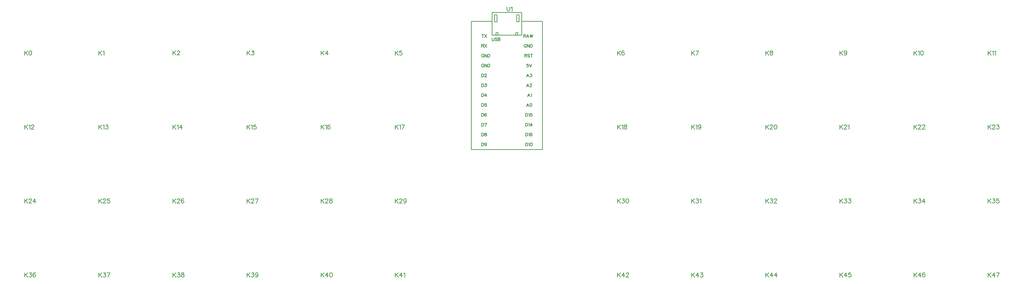
<source format=gto>
G04 Layer: TopSilkscreenLayer*
G04 EasyEDA v6.5.22, 2022-11-03 13:25:14*
G04 daeccbeab38c4538aae3d189e396c967,14fd66e66b1542709ab820776f733a5e,10*
G04 Gerber Generator version 0.2*
G04 Scale: 100 percent, Rotated: No, Reflected: No *
G04 Dimensions in millimeters *
G04 leading zeros omitted , absolute positions ,4 integer and 5 decimal *
%FSLAX45Y45*%
%MOMM*%

%ADD10C,0.1524*%
%ADD11C,0.2032*%

%LPD*%
D10*
X1905000Y6058915D02*
G01*
X1905000Y5949950D01*
X1977643Y6058915D02*
G01*
X1905000Y5986271D01*
X1930908Y6012179D02*
G01*
X1977643Y5949950D01*
X2017268Y6033007D02*
G01*
X2017268Y6038087D01*
X2022347Y6048502D01*
X2027681Y6053836D01*
X2038095Y6058915D01*
X2058670Y6058915D01*
X2069084Y6053836D01*
X2074418Y6048502D01*
X2079497Y6038087D01*
X2079497Y6027673D01*
X2074418Y6017260D01*
X2064004Y6001765D01*
X2011934Y5949950D01*
X2084831Y5949950D01*
X2170938Y6058915D02*
G01*
X2119122Y5986271D01*
X2197100Y5986271D01*
X2170938Y6058915D02*
G01*
X2170938Y5949950D01*
X3810000Y6058915D02*
G01*
X3810000Y5949950D01*
X3882643Y6058915D02*
G01*
X3810000Y5986271D01*
X3835908Y6012179D02*
G01*
X3882643Y5949950D01*
X3922268Y6033007D02*
G01*
X3922268Y6038087D01*
X3927347Y6048502D01*
X3932681Y6053836D01*
X3943095Y6058915D01*
X3963670Y6058915D01*
X3974084Y6053836D01*
X3979418Y6048502D01*
X3984497Y6038087D01*
X3984497Y6027673D01*
X3979418Y6017260D01*
X3969004Y6001765D01*
X3916934Y5949950D01*
X3989831Y5949950D01*
X4086352Y6058915D02*
G01*
X4034536Y6058915D01*
X4029202Y6012179D01*
X4034536Y6017260D01*
X4050029Y6022594D01*
X4065524Y6022594D01*
X4081272Y6017260D01*
X4091686Y6007100D01*
X4096765Y5991352D01*
X4096765Y5980937D01*
X4091686Y5965444D01*
X4081272Y5955029D01*
X4065524Y5949950D01*
X4050029Y5949950D01*
X4034536Y5955029D01*
X4029202Y5960110D01*
X4024122Y5970523D01*
X5715000Y6058915D02*
G01*
X5715000Y5949950D01*
X5787643Y6058915D02*
G01*
X5715000Y5986271D01*
X5740908Y6012179D02*
G01*
X5787643Y5949950D01*
X5827268Y6033007D02*
G01*
X5827268Y6038087D01*
X5832347Y6048502D01*
X5837681Y6053836D01*
X5848095Y6058915D01*
X5868670Y6058915D01*
X5879084Y6053836D01*
X5884418Y6048502D01*
X5889497Y6038087D01*
X5889497Y6027673D01*
X5884418Y6017260D01*
X5874004Y6001765D01*
X5821934Y5949950D01*
X5894831Y5949950D01*
X5991352Y6043421D02*
G01*
X5986272Y6053836D01*
X5970524Y6058915D01*
X5960109Y6058915D01*
X5944615Y6053836D01*
X5934202Y6038087D01*
X5929122Y6012179D01*
X5929122Y5986271D01*
X5934202Y5965444D01*
X5944615Y5955029D01*
X5960109Y5949950D01*
X5965443Y5949950D01*
X5980938Y5955029D01*
X5991352Y5965444D01*
X5996686Y5980937D01*
X5996686Y5986271D01*
X5991352Y6001765D01*
X5980938Y6012179D01*
X5965443Y6017260D01*
X5960109Y6017260D01*
X5944615Y6012179D01*
X5934202Y6001765D01*
X5929122Y5986271D01*
X7620000Y6058915D02*
G01*
X7620000Y5949950D01*
X7692643Y6058915D02*
G01*
X7620000Y5986271D01*
X7645908Y6012179D02*
G01*
X7692643Y5949950D01*
X7732268Y6033007D02*
G01*
X7732268Y6038087D01*
X7737347Y6048502D01*
X7742681Y6053836D01*
X7753095Y6058915D01*
X7773670Y6058915D01*
X7784084Y6053836D01*
X7789418Y6048502D01*
X7794497Y6038087D01*
X7794497Y6027673D01*
X7789418Y6017260D01*
X7779004Y6001765D01*
X7726934Y5949950D01*
X7799831Y5949950D01*
X7906765Y6058915D02*
G01*
X7854950Y5949950D01*
X7834122Y6058915D02*
G01*
X7906765Y6058915D01*
X9525000Y6058915D02*
G01*
X9525000Y5949950D01*
X9597643Y6058915D02*
G01*
X9525000Y5986271D01*
X9550908Y6012179D02*
G01*
X9597643Y5949950D01*
X9637268Y6033007D02*
G01*
X9637268Y6038087D01*
X9642347Y6048502D01*
X9647681Y6053836D01*
X9658095Y6058915D01*
X9678670Y6058915D01*
X9689084Y6053836D01*
X9694418Y6048502D01*
X9699497Y6038087D01*
X9699497Y6027673D01*
X9694418Y6017260D01*
X9684004Y6001765D01*
X9631934Y5949950D01*
X9704831Y5949950D01*
X9765029Y6058915D02*
G01*
X9749536Y6053836D01*
X9744202Y6043421D01*
X9744202Y6033007D01*
X9749536Y6022594D01*
X9759950Y6017260D01*
X9780524Y6012179D01*
X9796272Y6007100D01*
X9806686Y5996686D01*
X9811765Y5986271D01*
X9811765Y5970523D01*
X9806686Y5960110D01*
X9801352Y5955029D01*
X9785858Y5949950D01*
X9765029Y5949950D01*
X9749536Y5955029D01*
X9744202Y5960110D01*
X9739122Y5970523D01*
X9739122Y5986271D01*
X9744202Y5996686D01*
X9754615Y6007100D01*
X9770109Y6012179D01*
X9790938Y6017260D01*
X9801352Y6022594D01*
X9806686Y6033007D01*
X9806686Y6043421D01*
X9801352Y6053836D01*
X9785858Y6058915D01*
X9765029Y6058915D01*
X11430000Y6058915D02*
G01*
X11430000Y5949950D01*
X11502643Y6058915D02*
G01*
X11430000Y5986271D01*
X11455908Y6012179D02*
G01*
X11502643Y5949950D01*
X11542268Y6033007D02*
G01*
X11542268Y6038087D01*
X11547347Y6048502D01*
X11552681Y6053836D01*
X11563095Y6058915D01*
X11583670Y6058915D01*
X11594084Y6053836D01*
X11599418Y6048502D01*
X11604497Y6038087D01*
X11604497Y6027673D01*
X11599418Y6017260D01*
X11589004Y6001765D01*
X11536934Y5949950D01*
X11609831Y5949950D01*
X11711686Y6022594D02*
G01*
X11706352Y6007100D01*
X11695938Y5996686D01*
X11680443Y5991352D01*
X11675109Y5991352D01*
X11659615Y5996686D01*
X11649202Y6007100D01*
X11644122Y6022594D01*
X11644122Y6027673D01*
X11649202Y6043421D01*
X11659615Y6053836D01*
X11675109Y6058915D01*
X11680443Y6058915D01*
X11695938Y6053836D01*
X11706352Y6043421D01*
X11711686Y6022594D01*
X11711686Y5996686D01*
X11706352Y5970523D01*
X11695938Y5955029D01*
X11680443Y5949950D01*
X11670029Y5949950D01*
X11654536Y5955029D01*
X11649202Y5965444D01*
X17145000Y6058915D02*
G01*
X17145000Y5949950D01*
X17217643Y6058915D02*
G01*
X17145000Y5986271D01*
X17170908Y6012179D02*
G01*
X17217643Y5949950D01*
X17262348Y6058915D02*
G01*
X17319498Y6058915D01*
X17288509Y6017260D01*
X17304004Y6017260D01*
X17314418Y6012179D01*
X17319498Y6007100D01*
X17324831Y5991352D01*
X17324831Y5980937D01*
X17319498Y5965444D01*
X17309084Y5955029D01*
X17293590Y5949950D01*
X17278095Y5949950D01*
X17262348Y5955029D01*
X17257268Y5960110D01*
X17251934Y5970523D01*
X17390109Y6058915D02*
G01*
X17374616Y6053836D01*
X17364202Y6038087D01*
X17359122Y6012179D01*
X17359122Y5996686D01*
X17364202Y5970523D01*
X17374616Y5955029D01*
X17390109Y5949950D01*
X17400524Y5949950D01*
X17416272Y5955029D01*
X17426686Y5970523D01*
X17431766Y5996686D01*
X17431766Y6012179D01*
X17426686Y6038087D01*
X17416272Y6053836D01*
X17400524Y6058915D01*
X17390109Y6058915D01*
X19050000Y6058915D02*
G01*
X19050000Y5949950D01*
X19122643Y6058915D02*
G01*
X19050000Y5986271D01*
X19075908Y6012179D02*
G01*
X19122643Y5949950D01*
X19167348Y6058915D02*
G01*
X19224498Y6058915D01*
X19193509Y6017260D01*
X19209004Y6017260D01*
X19219418Y6012179D01*
X19224498Y6007100D01*
X19229831Y5991352D01*
X19229831Y5980937D01*
X19224498Y5965444D01*
X19214084Y5955029D01*
X19198590Y5949950D01*
X19183095Y5949950D01*
X19167348Y5955029D01*
X19162268Y5960110D01*
X19156934Y5970523D01*
X19264122Y6038087D02*
G01*
X19274536Y6043421D01*
X19290029Y6058915D01*
X19290029Y5949950D01*
X20955000Y6058915D02*
G01*
X20955000Y5949950D01*
X21027643Y6058915D02*
G01*
X20955000Y5986271D01*
X20980908Y6012179D02*
G01*
X21027643Y5949950D01*
X21072348Y6058915D02*
G01*
X21129498Y6058915D01*
X21098509Y6017260D01*
X21114004Y6017260D01*
X21124418Y6012179D01*
X21129498Y6007100D01*
X21134831Y5991352D01*
X21134831Y5980937D01*
X21129498Y5965444D01*
X21119084Y5955029D01*
X21103590Y5949950D01*
X21088095Y5949950D01*
X21072348Y5955029D01*
X21067268Y5960110D01*
X21061934Y5970523D01*
X21174202Y6033007D02*
G01*
X21174202Y6038087D01*
X21179536Y6048502D01*
X21184616Y6053836D01*
X21195029Y6058915D01*
X21215858Y6058915D01*
X21226272Y6053836D01*
X21231352Y6048502D01*
X21236686Y6038087D01*
X21236686Y6027673D01*
X21231352Y6017260D01*
X21220938Y6001765D01*
X21169122Y5949950D01*
X21241766Y5949950D01*
X22860000Y6058915D02*
G01*
X22860000Y5949950D01*
X22932643Y6058915D02*
G01*
X22860000Y5986271D01*
X22885908Y6012179D02*
G01*
X22932643Y5949950D01*
X22977348Y6058915D02*
G01*
X23034498Y6058915D01*
X23003509Y6017260D01*
X23019004Y6017260D01*
X23029418Y6012179D01*
X23034498Y6007100D01*
X23039831Y5991352D01*
X23039831Y5980937D01*
X23034498Y5965444D01*
X23024084Y5955029D01*
X23008590Y5949950D01*
X22993095Y5949950D01*
X22977348Y5955029D01*
X22972268Y5960110D01*
X22966934Y5970523D01*
X23084536Y6058915D02*
G01*
X23141686Y6058915D01*
X23110443Y6017260D01*
X23125938Y6017260D01*
X23136352Y6012179D01*
X23141686Y6007100D01*
X23146766Y5991352D01*
X23146766Y5980937D01*
X23141686Y5965444D01*
X23131272Y5955029D01*
X23115524Y5949950D01*
X23100029Y5949950D01*
X23084536Y5955029D01*
X23079202Y5960110D01*
X23074122Y5970523D01*
X24765000Y6058915D02*
G01*
X24765000Y5949950D01*
X24837643Y6058915D02*
G01*
X24765000Y5986271D01*
X24790908Y6012179D02*
G01*
X24837643Y5949950D01*
X24882348Y6058915D02*
G01*
X24939498Y6058915D01*
X24908509Y6017260D01*
X24924004Y6017260D01*
X24934418Y6012179D01*
X24939498Y6007100D01*
X24944831Y5991352D01*
X24944831Y5980937D01*
X24939498Y5965444D01*
X24929084Y5955029D01*
X24913590Y5949950D01*
X24898095Y5949950D01*
X24882348Y5955029D01*
X24877268Y5960110D01*
X24871934Y5970523D01*
X25030938Y6058915D02*
G01*
X24979122Y5986271D01*
X25057100Y5986271D01*
X25030938Y6058915D02*
G01*
X25030938Y5949950D01*
X26670000Y6058915D02*
G01*
X26670000Y5949950D01*
X26742643Y6058915D02*
G01*
X26670000Y5986271D01*
X26695908Y6012179D02*
G01*
X26742643Y5949950D01*
X26787348Y6058915D02*
G01*
X26844498Y6058915D01*
X26813509Y6017260D01*
X26829004Y6017260D01*
X26839418Y6012179D01*
X26844498Y6007100D01*
X26849832Y5991352D01*
X26849832Y5980937D01*
X26844498Y5965444D01*
X26834084Y5955029D01*
X26818590Y5949950D01*
X26803095Y5949950D01*
X26787348Y5955029D01*
X26782268Y5960110D01*
X26776934Y5970523D01*
X26946352Y6058915D02*
G01*
X26894536Y6058915D01*
X26889202Y6012179D01*
X26894536Y6017260D01*
X26910029Y6022594D01*
X26925524Y6022594D01*
X26941272Y6017260D01*
X26951686Y6007100D01*
X26956765Y5991352D01*
X26956765Y5980937D01*
X26951686Y5965444D01*
X26941272Y5955029D01*
X26925524Y5949950D01*
X26910029Y5949950D01*
X26894536Y5955029D01*
X26889202Y5960110D01*
X26884122Y5970523D01*
X1905000Y9868915D02*
G01*
X1905000Y9759950D01*
X1977643Y9868915D02*
G01*
X1905000Y9796271D01*
X1930908Y9822179D02*
G01*
X1977643Y9759950D01*
X2043175Y9868915D02*
G01*
X2027681Y9863836D01*
X2017268Y9848087D01*
X2011934Y9822179D01*
X2011934Y9806686D01*
X2017268Y9780524D01*
X2027681Y9765029D01*
X2043175Y9759950D01*
X2053590Y9759950D01*
X2069084Y9765029D01*
X2079497Y9780524D01*
X2084831Y9806686D01*
X2084831Y9822179D01*
X2079497Y9848087D01*
X2069084Y9863836D01*
X2053590Y9868915D01*
X2043175Y9868915D01*
X3810000Y9868915D02*
G01*
X3810000Y9759950D01*
X3882643Y9868915D02*
G01*
X3810000Y9796271D01*
X3835908Y9822179D02*
G01*
X3882643Y9759950D01*
X3916934Y9848087D02*
G01*
X3927347Y9853421D01*
X3943095Y9868915D01*
X3943095Y9759950D01*
X5716798Y9871915D02*
G01*
X5716798Y9762949D01*
X5789442Y9871915D02*
G01*
X5716798Y9799271D01*
X5742706Y9825179D02*
G01*
X5789442Y9762949D01*
X5829066Y9846007D02*
G01*
X5829066Y9851087D01*
X5834146Y9861501D01*
X5839480Y9866835D01*
X5849894Y9871915D01*
X5870468Y9871915D01*
X5880882Y9866835D01*
X5886216Y9861501D01*
X5891296Y9851087D01*
X5891296Y9840673D01*
X5886216Y9830259D01*
X5875802Y9814765D01*
X5823732Y9762949D01*
X5896630Y9762949D01*
X7620800Y9869916D02*
G01*
X7620800Y9760950D01*
X7693444Y9869916D02*
G01*
X7620800Y9797272D01*
X7646708Y9823180D02*
G01*
X7693444Y9760950D01*
X7738148Y9869916D02*
G01*
X7795298Y9869916D01*
X7764310Y9828260D01*
X7779804Y9828260D01*
X7790218Y9823180D01*
X7795298Y9818100D01*
X7800632Y9802352D01*
X7800632Y9791938D01*
X7795298Y9776444D01*
X7784884Y9766030D01*
X7769390Y9760950D01*
X7753896Y9760950D01*
X7738148Y9766030D01*
X7733068Y9771110D01*
X7727734Y9781524D01*
X9526000Y9869916D02*
G01*
X9526000Y9760950D01*
X9598644Y9869916D02*
G01*
X9526000Y9797272D01*
X9551908Y9823180D02*
G01*
X9598644Y9760950D01*
X9685004Y9869916D02*
G01*
X9632934Y9797272D01*
X9710912Y9797272D01*
X9685004Y9869916D02*
G01*
X9685004Y9760950D01*
X11430000Y9868915D02*
G01*
X11430000Y9759950D01*
X11502643Y9868915D02*
G01*
X11430000Y9796271D01*
X11455908Y9822179D02*
G01*
X11502643Y9759950D01*
X11599418Y9868915D02*
G01*
X11547347Y9868915D01*
X11542268Y9822179D01*
X11547347Y9827260D01*
X11563095Y9832594D01*
X11578590Y9832594D01*
X11594084Y9827260D01*
X11604497Y9817100D01*
X11609831Y9801352D01*
X11609831Y9790937D01*
X11604497Y9775444D01*
X11594084Y9765029D01*
X11578590Y9759950D01*
X11563095Y9759950D01*
X11547347Y9765029D01*
X11542268Y9770110D01*
X11536934Y9780524D01*
X17145000Y9868915D02*
G01*
X17145000Y9759950D01*
X17217643Y9868915D02*
G01*
X17145000Y9796271D01*
X17170908Y9822179D02*
G01*
X17217643Y9759950D01*
X17314418Y9853421D02*
G01*
X17309084Y9863836D01*
X17293590Y9868915D01*
X17283175Y9868915D01*
X17267681Y9863836D01*
X17257268Y9848087D01*
X17251934Y9822179D01*
X17251934Y9796271D01*
X17257268Y9775444D01*
X17267681Y9765029D01*
X17283175Y9759950D01*
X17288509Y9759950D01*
X17304004Y9765029D01*
X17314418Y9775444D01*
X17319498Y9790937D01*
X17319498Y9796271D01*
X17314418Y9811765D01*
X17304004Y9822179D01*
X17288509Y9827260D01*
X17283175Y9827260D01*
X17267681Y9822179D01*
X17257268Y9811765D01*
X17251934Y9796271D01*
X19050000Y9868915D02*
G01*
X19050000Y9759950D01*
X19122643Y9868915D02*
G01*
X19050000Y9796271D01*
X19075908Y9822179D02*
G01*
X19122643Y9759950D01*
X19229831Y9868915D02*
G01*
X19177761Y9759950D01*
X19156934Y9868915D02*
G01*
X19229831Y9868915D01*
X20955000Y9868915D02*
G01*
X20955000Y9759950D01*
X21027643Y9868915D02*
G01*
X20955000Y9796271D01*
X20980908Y9822179D02*
G01*
X21027643Y9759950D01*
X21088095Y9868915D02*
G01*
X21072348Y9863836D01*
X21067268Y9853421D01*
X21067268Y9843008D01*
X21072348Y9832594D01*
X21082761Y9827260D01*
X21103590Y9822179D01*
X21119084Y9817100D01*
X21129498Y9806686D01*
X21134831Y9796271D01*
X21134831Y9780524D01*
X21129498Y9770110D01*
X21124418Y9765029D01*
X21108670Y9759950D01*
X21088095Y9759950D01*
X21072348Y9765029D01*
X21067268Y9770110D01*
X21061934Y9780524D01*
X21061934Y9796271D01*
X21067268Y9806686D01*
X21077681Y9817100D01*
X21093175Y9822179D01*
X21114004Y9827260D01*
X21124418Y9832594D01*
X21129498Y9843008D01*
X21129498Y9853421D01*
X21124418Y9863836D01*
X21108670Y9868915D01*
X21088095Y9868915D01*
X22860000Y9868915D02*
G01*
X22860000Y9759950D01*
X22932643Y9868915D02*
G01*
X22860000Y9796271D01*
X22885908Y9822179D02*
G01*
X22932643Y9759950D01*
X23034498Y9832594D02*
G01*
X23029418Y9817100D01*
X23019004Y9806686D01*
X23003509Y9801352D01*
X22998175Y9801352D01*
X22982681Y9806686D01*
X22972268Y9817100D01*
X22966934Y9832594D01*
X22966934Y9837674D01*
X22972268Y9853421D01*
X22982681Y9863836D01*
X22998175Y9868915D01*
X23003509Y9868915D01*
X23019004Y9863836D01*
X23029418Y9853421D01*
X23034498Y9832594D01*
X23034498Y9806686D01*
X23029418Y9780524D01*
X23019004Y9765029D01*
X23003509Y9759950D01*
X22993095Y9759950D01*
X22977348Y9765029D01*
X22972268Y9775444D01*
X24765000Y9868915D02*
G01*
X24765000Y9759950D01*
X24837643Y9868915D02*
G01*
X24765000Y9796271D01*
X24790908Y9822179D02*
G01*
X24837643Y9759950D01*
X24871934Y9848087D02*
G01*
X24882348Y9853421D01*
X24898095Y9868915D01*
X24898095Y9759950D01*
X24963374Y9868915D02*
G01*
X24947879Y9863836D01*
X24937466Y9848087D01*
X24932386Y9822179D01*
X24932386Y9806686D01*
X24937466Y9780524D01*
X24947879Y9765029D01*
X24963374Y9759950D01*
X24973788Y9759950D01*
X24989536Y9765029D01*
X24999950Y9780524D01*
X25005029Y9806686D01*
X25005029Y9822179D01*
X24999950Y9848087D01*
X24989536Y9863836D01*
X24973788Y9868915D01*
X24963374Y9868915D01*
X26670000Y9868915D02*
G01*
X26670000Y9759950D01*
X26742643Y9868915D02*
G01*
X26670000Y9796271D01*
X26695908Y9822179D02*
G01*
X26742643Y9759950D01*
X26776934Y9848087D02*
G01*
X26787348Y9853421D01*
X26803095Y9868915D01*
X26803095Y9759950D01*
X26837386Y9848087D02*
G01*
X26847800Y9853421D01*
X26863293Y9868915D01*
X26863293Y9759950D01*
X1905000Y7963915D02*
G01*
X1905000Y7854950D01*
X1977643Y7963915D02*
G01*
X1905000Y7891271D01*
X1930908Y7917179D02*
G01*
X1977643Y7854950D01*
X2011934Y7943087D02*
G01*
X2022347Y7948421D01*
X2038095Y7963915D01*
X2038095Y7854950D01*
X2077465Y7938008D02*
G01*
X2077465Y7943087D01*
X2082800Y7953502D01*
X2087879Y7958836D01*
X2098293Y7963915D01*
X2119122Y7963915D01*
X2129536Y7958836D01*
X2134615Y7953502D01*
X2139950Y7943087D01*
X2139950Y7932673D01*
X2134615Y7922260D01*
X2124202Y7906765D01*
X2072386Y7854950D01*
X2145029Y7854950D01*
X3810000Y7963915D02*
G01*
X3810000Y7854950D01*
X3882643Y7963915D02*
G01*
X3810000Y7891271D01*
X3835908Y7917179D02*
G01*
X3882643Y7854950D01*
X3916934Y7943087D02*
G01*
X3927347Y7948421D01*
X3943095Y7963915D01*
X3943095Y7854950D01*
X3987800Y7963915D02*
G01*
X4044950Y7963915D01*
X4013708Y7922260D01*
X4029202Y7922260D01*
X4039615Y7917179D01*
X4044950Y7912100D01*
X4050029Y7896352D01*
X4050029Y7885937D01*
X4044950Y7870444D01*
X4034536Y7860029D01*
X4018788Y7854950D01*
X4003293Y7854950D01*
X3987800Y7860029D01*
X3982465Y7865110D01*
X3977386Y7875523D01*
X5715000Y7963915D02*
G01*
X5715000Y7854950D01*
X5787643Y7963915D02*
G01*
X5715000Y7891271D01*
X5740908Y7917179D02*
G01*
X5787643Y7854950D01*
X5821934Y7943087D02*
G01*
X5832347Y7948421D01*
X5848095Y7963915D01*
X5848095Y7854950D01*
X5934202Y7963915D02*
G01*
X5882386Y7891271D01*
X5960109Y7891271D01*
X5934202Y7963915D02*
G01*
X5934202Y7854950D01*
X7620000Y7963915D02*
G01*
X7620000Y7854950D01*
X7692643Y7963915D02*
G01*
X7620000Y7891271D01*
X7645908Y7917179D02*
G01*
X7692643Y7854950D01*
X7726934Y7943087D02*
G01*
X7737347Y7948421D01*
X7753095Y7963915D01*
X7753095Y7854950D01*
X7849615Y7963915D02*
G01*
X7797800Y7963915D01*
X7792465Y7917179D01*
X7797800Y7922260D01*
X7813293Y7927594D01*
X7828788Y7927594D01*
X7844536Y7922260D01*
X7854950Y7912100D01*
X7860029Y7896352D01*
X7860029Y7885937D01*
X7854950Y7870444D01*
X7844536Y7860029D01*
X7828788Y7854950D01*
X7813293Y7854950D01*
X7797800Y7860029D01*
X7792465Y7865110D01*
X7787386Y7875523D01*
X9525000Y7963915D02*
G01*
X9525000Y7854950D01*
X9597643Y7963915D02*
G01*
X9525000Y7891271D01*
X9550908Y7917179D02*
G01*
X9597643Y7854950D01*
X9631934Y7943087D02*
G01*
X9642347Y7948421D01*
X9658095Y7963915D01*
X9658095Y7854950D01*
X9754615Y7948421D02*
G01*
X9749536Y7958836D01*
X9733788Y7963915D01*
X9723374Y7963915D01*
X9707879Y7958836D01*
X9697465Y7943087D01*
X9692386Y7917179D01*
X9692386Y7891271D01*
X9697465Y7870444D01*
X9707879Y7860029D01*
X9723374Y7854950D01*
X9728708Y7854950D01*
X9744202Y7860029D01*
X9754615Y7870444D01*
X9759950Y7885937D01*
X9759950Y7891271D01*
X9754615Y7906765D01*
X9744202Y7917179D01*
X9728708Y7922260D01*
X9723374Y7922260D01*
X9707879Y7917179D01*
X9697465Y7906765D01*
X9692386Y7891271D01*
X11430000Y7963915D02*
G01*
X11430000Y7854950D01*
X11502643Y7963915D02*
G01*
X11430000Y7891271D01*
X11455908Y7917179D02*
G01*
X11502643Y7854950D01*
X11536934Y7943087D02*
G01*
X11547347Y7948421D01*
X11563095Y7963915D01*
X11563095Y7854950D01*
X11670029Y7963915D02*
G01*
X11617959Y7854950D01*
X11597386Y7963915D02*
G01*
X11670029Y7963915D01*
X17145000Y7963915D02*
G01*
X17145000Y7854950D01*
X17217643Y7963915D02*
G01*
X17145000Y7891271D01*
X17170908Y7917179D02*
G01*
X17217643Y7854950D01*
X17251934Y7943087D02*
G01*
X17262348Y7948421D01*
X17278095Y7963915D01*
X17278095Y7854950D01*
X17338293Y7963915D02*
G01*
X17322800Y7958836D01*
X17317466Y7948421D01*
X17317466Y7938008D01*
X17322800Y7927594D01*
X17332959Y7922260D01*
X17353788Y7917179D01*
X17369536Y7912100D01*
X17379950Y7901686D01*
X17385029Y7891271D01*
X17385029Y7875523D01*
X17379950Y7865110D01*
X17374616Y7860029D01*
X17359122Y7854950D01*
X17338293Y7854950D01*
X17322800Y7860029D01*
X17317466Y7865110D01*
X17312386Y7875523D01*
X17312386Y7891271D01*
X17317466Y7901686D01*
X17327879Y7912100D01*
X17343374Y7917179D01*
X17364202Y7922260D01*
X17374616Y7927594D01*
X17379950Y7938008D01*
X17379950Y7948421D01*
X17374616Y7958836D01*
X17359122Y7963915D01*
X17338293Y7963915D01*
X19050000Y7963915D02*
G01*
X19050000Y7854950D01*
X19122643Y7963915D02*
G01*
X19050000Y7891271D01*
X19075908Y7917179D02*
G01*
X19122643Y7854950D01*
X19156934Y7943087D02*
G01*
X19167348Y7948421D01*
X19183095Y7963915D01*
X19183095Y7854950D01*
X19284950Y7927594D02*
G01*
X19279616Y7912100D01*
X19269202Y7901686D01*
X19253708Y7896352D01*
X19248374Y7896352D01*
X19232879Y7901686D01*
X19222466Y7912100D01*
X19217386Y7927594D01*
X19217386Y7932673D01*
X19222466Y7948421D01*
X19232879Y7958836D01*
X19248374Y7963915D01*
X19253708Y7963915D01*
X19269202Y7958836D01*
X19279616Y7948421D01*
X19284950Y7927594D01*
X19284950Y7901686D01*
X19279616Y7875523D01*
X19269202Y7860029D01*
X19253708Y7854950D01*
X19243293Y7854950D01*
X19227800Y7860029D01*
X19222466Y7870444D01*
X20955000Y7963915D02*
G01*
X20955000Y7854950D01*
X21027643Y7963915D02*
G01*
X20955000Y7891271D01*
X20980908Y7917179D02*
G01*
X21027643Y7854950D01*
X21067268Y7938008D02*
G01*
X21067268Y7943087D01*
X21072348Y7953502D01*
X21077681Y7958836D01*
X21088095Y7963915D01*
X21108670Y7963915D01*
X21119084Y7958836D01*
X21124418Y7953502D01*
X21129498Y7943087D01*
X21129498Y7932673D01*
X21124418Y7922260D01*
X21114004Y7906765D01*
X21061934Y7854950D01*
X21134831Y7854950D01*
X21200109Y7963915D02*
G01*
X21184616Y7958836D01*
X21174202Y7943087D01*
X21169122Y7917179D01*
X21169122Y7901686D01*
X21174202Y7875523D01*
X21184616Y7860029D01*
X21200109Y7854950D01*
X21210524Y7854950D01*
X21226272Y7860029D01*
X21236686Y7875523D01*
X21241766Y7901686D01*
X21241766Y7917179D01*
X21236686Y7943087D01*
X21226272Y7958836D01*
X21210524Y7963915D01*
X21200109Y7963915D01*
X22860000Y7963915D02*
G01*
X22860000Y7854950D01*
X22932643Y7963915D02*
G01*
X22860000Y7891271D01*
X22885908Y7917179D02*
G01*
X22932643Y7854950D01*
X22972268Y7938008D02*
G01*
X22972268Y7943087D01*
X22977348Y7953502D01*
X22982681Y7958836D01*
X22993095Y7963915D01*
X23013670Y7963915D01*
X23024084Y7958836D01*
X23029418Y7953502D01*
X23034498Y7943087D01*
X23034498Y7932673D01*
X23029418Y7922260D01*
X23019004Y7906765D01*
X22966934Y7854950D01*
X23039831Y7854950D01*
X23074122Y7943087D02*
G01*
X23084536Y7948421D01*
X23100029Y7963915D01*
X23100029Y7854950D01*
X24765000Y7963915D02*
G01*
X24765000Y7854950D01*
X24837643Y7963915D02*
G01*
X24765000Y7891271D01*
X24790908Y7917179D02*
G01*
X24837643Y7854950D01*
X24877268Y7938008D02*
G01*
X24877268Y7943087D01*
X24882348Y7953502D01*
X24887681Y7958836D01*
X24898095Y7963915D01*
X24918670Y7963915D01*
X24929084Y7958836D01*
X24934418Y7953502D01*
X24939498Y7943087D01*
X24939498Y7932673D01*
X24934418Y7922260D01*
X24924004Y7906765D01*
X24871934Y7854950D01*
X24944831Y7854950D01*
X24984202Y7938008D02*
G01*
X24984202Y7943087D01*
X24989536Y7953502D01*
X24994616Y7958836D01*
X25005029Y7963915D01*
X25025858Y7963915D01*
X25036272Y7958836D01*
X25041352Y7953502D01*
X25046686Y7943087D01*
X25046686Y7932673D01*
X25041352Y7922260D01*
X25030938Y7906765D01*
X24979122Y7854950D01*
X25051766Y7854950D01*
X26670000Y7963915D02*
G01*
X26670000Y7854950D01*
X26742643Y7963915D02*
G01*
X26670000Y7891271D01*
X26695908Y7917179D02*
G01*
X26742643Y7854950D01*
X26782268Y7938008D02*
G01*
X26782268Y7943087D01*
X26787348Y7953502D01*
X26792682Y7958836D01*
X26803095Y7963915D01*
X26823670Y7963915D01*
X26834084Y7958836D01*
X26839418Y7953502D01*
X26844498Y7943087D01*
X26844498Y7932673D01*
X26839418Y7922260D01*
X26829004Y7906765D01*
X26776934Y7854950D01*
X26849832Y7854950D01*
X26894536Y7963915D02*
G01*
X26951686Y7963915D01*
X26920443Y7922260D01*
X26935938Y7922260D01*
X26946352Y7917179D01*
X26951686Y7912100D01*
X26956765Y7896352D01*
X26956765Y7885937D01*
X26951686Y7870444D01*
X26941272Y7860029D01*
X26925524Y7854950D01*
X26910029Y7854950D01*
X26894536Y7860029D01*
X26889202Y7865110D01*
X26884122Y7875523D01*
X1905000Y4153915D02*
G01*
X1905000Y4044950D01*
X1977643Y4153915D02*
G01*
X1905000Y4081271D01*
X1930908Y4107179D02*
G01*
X1977643Y4044950D01*
X2022347Y4153915D02*
G01*
X2079497Y4153915D01*
X2048509Y4112260D01*
X2064004Y4112260D01*
X2074418Y4107179D01*
X2079497Y4102100D01*
X2084831Y4086352D01*
X2084831Y4075937D01*
X2079497Y4060444D01*
X2069084Y4050029D01*
X2053590Y4044950D01*
X2038095Y4044950D01*
X2022347Y4050029D01*
X2017268Y4055110D01*
X2011934Y4065523D01*
X2181352Y4138421D02*
G01*
X2176272Y4148836D01*
X2160524Y4153915D01*
X2150109Y4153915D01*
X2134615Y4148836D01*
X2124202Y4133087D01*
X2119122Y4107179D01*
X2119122Y4081271D01*
X2124202Y4060444D01*
X2134615Y4050029D01*
X2150109Y4044950D01*
X2155443Y4044950D01*
X2170938Y4050029D01*
X2181352Y4060444D01*
X2186686Y4075937D01*
X2186686Y4081271D01*
X2181352Y4096765D01*
X2170938Y4107179D01*
X2155443Y4112260D01*
X2150109Y4112260D01*
X2134615Y4107179D01*
X2124202Y4096765D01*
X2119122Y4081271D01*
X3810000Y4153915D02*
G01*
X3810000Y4044950D01*
X3882643Y4153915D02*
G01*
X3810000Y4081271D01*
X3835908Y4107179D02*
G01*
X3882643Y4044950D01*
X3927347Y4153915D02*
G01*
X3984497Y4153915D01*
X3953509Y4112260D01*
X3969004Y4112260D01*
X3979418Y4107179D01*
X3984497Y4102100D01*
X3989831Y4086352D01*
X3989831Y4075937D01*
X3984497Y4060444D01*
X3974084Y4050029D01*
X3958590Y4044950D01*
X3943095Y4044950D01*
X3927347Y4050029D01*
X3922268Y4055110D01*
X3916934Y4065523D01*
X4096765Y4153915D02*
G01*
X4044950Y4044950D01*
X4024122Y4153915D02*
G01*
X4096765Y4153915D01*
X5715000Y4153915D02*
G01*
X5715000Y4044950D01*
X5787643Y4153915D02*
G01*
X5715000Y4081271D01*
X5740908Y4107179D02*
G01*
X5787643Y4044950D01*
X5832347Y4153915D02*
G01*
X5889497Y4153915D01*
X5858509Y4112260D01*
X5874004Y4112260D01*
X5884418Y4107179D01*
X5889497Y4102100D01*
X5894831Y4086352D01*
X5894831Y4075937D01*
X5889497Y4060444D01*
X5879084Y4050029D01*
X5863590Y4044950D01*
X5848095Y4044950D01*
X5832347Y4050029D01*
X5827268Y4055110D01*
X5821934Y4065523D01*
X5955029Y4153915D02*
G01*
X5939536Y4148836D01*
X5934202Y4138421D01*
X5934202Y4128007D01*
X5939536Y4117594D01*
X5949950Y4112260D01*
X5970524Y4107179D01*
X5986272Y4102100D01*
X5996686Y4091686D01*
X6001765Y4081271D01*
X6001765Y4065523D01*
X5996686Y4055110D01*
X5991352Y4050029D01*
X5975858Y4044950D01*
X5955029Y4044950D01*
X5939536Y4050029D01*
X5934202Y4055110D01*
X5929122Y4065523D01*
X5929122Y4081271D01*
X5934202Y4091686D01*
X5944615Y4102100D01*
X5960109Y4107179D01*
X5980938Y4112260D01*
X5991352Y4117594D01*
X5996686Y4128007D01*
X5996686Y4138421D01*
X5991352Y4148836D01*
X5975858Y4153915D01*
X5955029Y4153915D01*
X7620000Y4153915D02*
G01*
X7620000Y4044950D01*
X7692643Y4153915D02*
G01*
X7620000Y4081271D01*
X7645908Y4107179D02*
G01*
X7692643Y4044950D01*
X7737347Y4153915D02*
G01*
X7794497Y4153915D01*
X7763509Y4112260D01*
X7779004Y4112260D01*
X7789418Y4107179D01*
X7794497Y4102100D01*
X7799831Y4086352D01*
X7799831Y4075937D01*
X7794497Y4060444D01*
X7784084Y4050029D01*
X7768590Y4044950D01*
X7753095Y4044950D01*
X7737347Y4050029D01*
X7732268Y4055110D01*
X7726934Y4065523D01*
X7901686Y4117594D02*
G01*
X7896352Y4102100D01*
X7885938Y4091686D01*
X7870443Y4086352D01*
X7865109Y4086352D01*
X7849615Y4091686D01*
X7839202Y4102100D01*
X7834122Y4117594D01*
X7834122Y4122673D01*
X7839202Y4138421D01*
X7849615Y4148836D01*
X7865109Y4153915D01*
X7870443Y4153915D01*
X7885938Y4148836D01*
X7896352Y4138421D01*
X7901686Y4117594D01*
X7901686Y4091686D01*
X7896352Y4065523D01*
X7885938Y4050029D01*
X7870443Y4044950D01*
X7860029Y4044950D01*
X7844536Y4050029D01*
X7839202Y4060444D01*
X9525000Y4153915D02*
G01*
X9525000Y4044950D01*
X9597643Y4153915D02*
G01*
X9525000Y4081271D01*
X9550908Y4107179D02*
G01*
X9597643Y4044950D01*
X9684004Y4153915D02*
G01*
X9631934Y4081271D01*
X9709911Y4081271D01*
X9684004Y4153915D02*
G01*
X9684004Y4044950D01*
X9775443Y4153915D02*
G01*
X9759950Y4148836D01*
X9749536Y4133087D01*
X9744202Y4107179D01*
X9744202Y4091686D01*
X9749536Y4065523D01*
X9759950Y4050029D01*
X9775443Y4044950D01*
X9785858Y4044950D01*
X9801352Y4050029D01*
X9811765Y4065523D01*
X9817100Y4091686D01*
X9817100Y4107179D01*
X9811765Y4133087D01*
X9801352Y4148836D01*
X9785858Y4153915D01*
X9775443Y4153915D01*
X11430000Y4153915D02*
G01*
X11430000Y4044950D01*
X11502643Y4153915D02*
G01*
X11430000Y4081271D01*
X11455908Y4107179D02*
G01*
X11502643Y4044950D01*
X11589004Y4153915D02*
G01*
X11536934Y4081271D01*
X11614911Y4081271D01*
X11589004Y4153915D02*
G01*
X11589004Y4044950D01*
X11649202Y4133087D02*
G01*
X11659615Y4138421D01*
X11675109Y4153915D01*
X11675109Y4044950D01*
X17145000Y4153915D02*
G01*
X17145000Y4044950D01*
X17217643Y4153915D02*
G01*
X17145000Y4081271D01*
X17170908Y4107179D02*
G01*
X17217643Y4044950D01*
X17304004Y4153915D02*
G01*
X17251934Y4081271D01*
X17329911Y4081271D01*
X17304004Y4153915D02*
G01*
X17304004Y4044950D01*
X17369536Y4128007D02*
G01*
X17369536Y4133087D01*
X17374616Y4143502D01*
X17379950Y4148836D01*
X17390109Y4153915D01*
X17410938Y4153915D01*
X17421352Y4148836D01*
X17426686Y4143502D01*
X17431766Y4133087D01*
X17431766Y4122673D01*
X17426686Y4112260D01*
X17416272Y4096765D01*
X17364202Y4044950D01*
X17437100Y4044950D01*
X19050000Y4153915D02*
G01*
X19050000Y4044950D01*
X19122643Y4153915D02*
G01*
X19050000Y4081271D01*
X19075908Y4107179D02*
G01*
X19122643Y4044950D01*
X19209004Y4153915D02*
G01*
X19156934Y4081271D01*
X19234911Y4081271D01*
X19209004Y4153915D02*
G01*
X19209004Y4044950D01*
X19279616Y4153915D02*
G01*
X19336766Y4153915D01*
X19305524Y4112260D01*
X19321272Y4112260D01*
X19331686Y4107179D01*
X19336766Y4102100D01*
X19342100Y4086352D01*
X19342100Y4075937D01*
X19336766Y4060444D01*
X19326352Y4050029D01*
X19310858Y4044950D01*
X19295109Y4044950D01*
X19279616Y4050029D01*
X19274536Y4055110D01*
X19269202Y4065523D01*
X20955000Y4153915D02*
G01*
X20955000Y4044950D01*
X21027643Y4153915D02*
G01*
X20955000Y4081271D01*
X20980908Y4107179D02*
G01*
X21027643Y4044950D01*
X21114004Y4153915D02*
G01*
X21061934Y4081271D01*
X21139911Y4081271D01*
X21114004Y4153915D02*
G01*
X21114004Y4044950D01*
X21226272Y4153915D02*
G01*
X21174202Y4081271D01*
X21252179Y4081271D01*
X21226272Y4153915D02*
G01*
X21226272Y4044950D01*
X22860000Y4153915D02*
G01*
X22860000Y4044950D01*
X22932643Y4153915D02*
G01*
X22860000Y4081271D01*
X22885908Y4107179D02*
G01*
X22932643Y4044950D01*
X23019004Y4153915D02*
G01*
X22966934Y4081271D01*
X23044911Y4081271D01*
X23019004Y4153915D02*
G01*
X23019004Y4044950D01*
X23141686Y4153915D02*
G01*
X23089616Y4153915D01*
X23084536Y4107179D01*
X23089616Y4112260D01*
X23105109Y4117594D01*
X23120858Y4117594D01*
X23136352Y4112260D01*
X23146766Y4102100D01*
X23152100Y4086352D01*
X23152100Y4075937D01*
X23146766Y4060444D01*
X23136352Y4050029D01*
X23120858Y4044950D01*
X23105109Y4044950D01*
X23089616Y4050029D01*
X23084536Y4055110D01*
X23079202Y4065523D01*
X24765000Y4153915D02*
G01*
X24765000Y4044950D01*
X24837643Y4153915D02*
G01*
X24765000Y4081271D01*
X24790908Y4107179D02*
G01*
X24837643Y4044950D01*
X24924004Y4153915D02*
G01*
X24871934Y4081271D01*
X24949911Y4081271D01*
X24924004Y4153915D02*
G01*
X24924004Y4044950D01*
X25046686Y4138421D02*
G01*
X25041352Y4148836D01*
X25025858Y4153915D01*
X25015443Y4153915D01*
X24999950Y4148836D01*
X24989536Y4133087D01*
X24984202Y4107179D01*
X24984202Y4081271D01*
X24989536Y4060444D01*
X24999950Y4050029D01*
X25015443Y4044950D01*
X25020524Y4044950D01*
X25036272Y4050029D01*
X25046686Y4060444D01*
X25051766Y4075937D01*
X25051766Y4081271D01*
X25046686Y4096765D01*
X25036272Y4107179D01*
X25020524Y4112260D01*
X25015443Y4112260D01*
X24999950Y4107179D01*
X24989536Y4096765D01*
X24984202Y4081271D01*
X26670000Y4153915D02*
G01*
X26670000Y4044950D01*
X26742643Y4153915D02*
G01*
X26670000Y4081271D01*
X26695908Y4107179D02*
G01*
X26742643Y4044950D01*
X26829004Y4153915D02*
G01*
X26776934Y4081271D01*
X26854911Y4081271D01*
X26829004Y4153915D02*
G01*
X26829004Y4044950D01*
X26962100Y4153915D02*
G01*
X26910029Y4044950D01*
X26889202Y4153915D02*
G01*
X26962100Y4153915D01*
X14300200Y10999215D02*
G01*
X14300200Y10921237D01*
X14305279Y10905744D01*
X14315693Y10895329D01*
X14331441Y10890250D01*
X14341856Y10890250D01*
X14357350Y10895329D01*
X14367763Y10905744D01*
X14372843Y10921237D01*
X14372843Y10999215D01*
X14407134Y10978387D02*
G01*
X14417547Y10983721D01*
X14433295Y10999215D01*
X14433295Y10890250D01*
X13678408Y10292842D02*
G01*
X13678408Y10215118D01*
X13652500Y10292842D02*
G01*
X13704316Y10292842D01*
X13728700Y10292842D02*
G01*
X13780261Y10215118D01*
X13780261Y10292842D02*
G01*
X13728700Y10215118D01*
X13652500Y10038842D02*
G01*
X13652500Y9961118D01*
X13652500Y10038842D02*
G01*
X13685774Y10038842D01*
X13696950Y10035031D01*
X13700506Y10031476D01*
X13704316Y10024110D01*
X13704316Y10016744D01*
X13700506Y10009378D01*
X13696950Y10005568D01*
X13685774Y10001758D01*
X13652500Y10001758D01*
X13678408Y10001758D02*
G01*
X13704316Y9961118D01*
X13728700Y10038842D02*
G01*
X13780261Y9961118D01*
X13780261Y10038842D02*
G01*
X13728700Y9961118D01*
X13707872Y9512300D02*
G01*
X13704316Y9519665D01*
X13696950Y9527031D01*
X13689329Y9530842D01*
X13674597Y9530842D01*
X13667231Y9527031D01*
X13659866Y9519665D01*
X13656309Y9512300D01*
X13652500Y9501378D01*
X13652500Y9482836D01*
X13656309Y9471660D01*
X13659866Y9464294D01*
X13667231Y9456928D01*
X13674597Y9453118D01*
X13689329Y9453118D01*
X13696950Y9456928D01*
X13704316Y9464294D01*
X13707872Y9471660D01*
X13707872Y9482836D01*
X13689329Y9482836D02*
G01*
X13707872Y9482836D01*
X13732256Y9530842D02*
G01*
X13732256Y9453118D01*
X13732256Y9530842D02*
G01*
X13784072Y9453118D01*
X13784072Y9530842D02*
G01*
X13784072Y9453118D01*
X13808456Y9530842D02*
G01*
X13808456Y9453118D01*
X13808456Y9530842D02*
G01*
X13834363Y9530842D01*
X13845286Y9527031D01*
X13852652Y9519665D01*
X13856461Y9512300D01*
X13860018Y9501378D01*
X13860018Y9482836D01*
X13856461Y9471660D01*
X13852652Y9464294D01*
X13845286Y9456928D01*
X13834363Y9453118D01*
X13808456Y9453118D01*
X14800072Y10020300D02*
G01*
X14796516Y10027665D01*
X14789150Y10035031D01*
X14781529Y10038842D01*
X14766797Y10038842D01*
X14759431Y10035031D01*
X14752066Y10027665D01*
X14748509Y10020300D01*
X14744700Y10009378D01*
X14744700Y9990836D01*
X14748509Y9979660D01*
X14752066Y9972294D01*
X14759431Y9964928D01*
X14766797Y9961118D01*
X14781529Y9961118D01*
X14789150Y9964928D01*
X14796516Y9972294D01*
X14800072Y9979660D01*
X14800072Y9990836D01*
X14781529Y9990836D02*
G01*
X14800072Y9990836D01*
X14824456Y10038842D02*
G01*
X14824456Y9961118D01*
X14824456Y10038842D02*
G01*
X14876272Y9961118D01*
X14876272Y10038842D02*
G01*
X14876272Y9961118D01*
X14900656Y10038842D02*
G01*
X14900656Y9961118D01*
X14900656Y10038842D02*
G01*
X14926563Y10038842D01*
X14937486Y10035031D01*
X14944852Y10027665D01*
X14948661Y10020300D01*
X14952218Y10009378D01*
X14952218Y9990836D01*
X14948661Y9979660D01*
X14944852Y9972294D01*
X14937486Y9964928D01*
X14926563Y9961118D01*
X14900656Y9961118D01*
X14732000Y10292842D02*
G01*
X14732000Y10215118D01*
X14732000Y10292842D02*
G01*
X14765274Y10292842D01*
X14776450Y10289031D01*
X14780006Y10285476D01*
X14783816Y10278110D01*
X14783816Y10270744D01*
X14780006Y10263378D01*
X14776450Y10259568D01*
X14765274Y10255758D01*
X14732000Y10255758D01*
X14757908Y10255758D02*
G01*
X14783816Y10215118D01*
X14837663Y10292842D02*
G01*
X14808200Y10215118D01*
X14837663Y10292842D02*
G01*
X14867127Y10215118D01*
X14819122Y10241026D02*
G01*
X14856206Y10241026D01*
X14891511Y10292842D02*
G01*
X14910054Y10215118D01*
X14928595Y10292842D02*
G01*
X14910054Y10215118D01*
X14928595Y10292842D02*
G01*
X14947138Y10215118D01*
X14965425Y10292842D02*
G01*
X14947138Y10215118D01*
X13652500Y9276842D02*
G01*
X13652500Y9199118D01*
X13652500Y9276842D02*
G01*
X13678408Y9276842D01*
X13689329Y9273031D01*
X13696950Y9265665D01*
X13700506Y9258300D01*
X13704316Y9247378D01*
X13704316Y9228836D01*
X13700506Y9217660D01*
X13696950Y9210294D01*
X13689329Y9202928D01*
X13678408Y9199118D01*
X13652500Y9199118D01*
X13732256Y9258300D02*
G01*
X13732256Y9262110D01*
X13736066Y9269476D01*
X13739622Y9273031D01*
X13746988Y9276842D01*
X13761974Y9276842D01*
X13769340Y9273031D01*
X13772895Y9269476D01*
X13776706Y9262110D01*
X13776706Y9254744D01*
X13772895Y9247378D01*
X13765529Y9236202D01*
X13728700Y9199118D01*
X13780261Y9199118D01*
X13652500Y9022842D02*
G01*
X13652500Y8945118D01*
X13652500Y9022842D02*
G01*
X13678408Y9022842D01*
X13689329Y9019031D01*
X13696950Y9011665D01*
X13700506Y9004300D01*
X13704316Y8993378D01*
X13704316Y8974836D01*
X13700506Y8963660D01*
X13696950Y8956294D01*
X13689329Y8948928D01*
X13678408Y8945118D01*
X13652500Y8945118D01*
X13736066Y9022842D02*
G01*
X13776706Y9022842D01*
X13754354Y8993378D01*
X13765529Y8993378D01*
X13772895Y8989568D01*
X13776706Y8985758D01*
X13780261Y8974836D01*
X13780261Y8967470D01*
X13776706Y8956294D01*
X13769340Y8948928D01*
X13758163Y8945118D01*
X13746988Y8945118D01*
X13736066Y8948928D01*
X13732256Y8952737D01*
X13728700Y8960104D01*
X13652500Y8768842D02*
G01*
X13652500Y8691118D01*
X13652500Y8768842D02*
G01*
X13678408Y8768842D01*
X13689329Y8765031D01*
X13696950Y8757665D01*
X13700506Y8750300D01*
X13704316Y8739378D01*
X13704316Y8720836D01*
X13700506Y8709660D01*
X13696950Y8702294D01*
X13689329Y8694928D01*
X13678408Y8691118D01*
X13652500Y8691118D01*
X13765529Y8768842D02*
G01*
X13728700Y8717026D01*
X13784072Y8717026D01*
X13765529Y8768842D02*
G01*
X13765529Y8691118D01*
X13652500Y8514842D02*
G01*
X13652500Y8437118D01*
X13652500Y8514842D02*
G01*
X13678408Y8514842D01*
X13689329Y8511031D01*
X13696950Y8503665D01*
X13700506Y8496300D01*
X13704316Y8485378D01*
X13704316Y8466836D01*
X13700506Y8455660D01*
X13696950Y8448294D01*
X13689329Y8440928D01*
X13678408Y8437118D01*
X13652500Y8437118D01*
X13772895Y8514842D02*
G01*
X13736066Y8514842D01*
X13732256Y8481568D01*
X13736066Y8485378D01*
X13746988Y8488934D01*
X13758163Y8488934D01*
X13769340Y8485378D01*
X13776706Y8477758D01*
X13780261Y8466836D01*
X13780261Y8459470D01*
X13776706Y8448294D01*
X13769340Y8440928D01*
X13758163Y8437118D01*
X13746988Y8437118D01*
X13736066Y8440928D01*
X13732256Y8444737D01*
X13728700Y8452104D01*
X13652500Y8260842D02*
G01*
X13652500Y8183118D01*
X13652500Y8260842D02*
G01*
X13678408Y8260842D01*
X13689329Y8257031D01*
X13696950Y8249665D01*
X13700506Y8242300D01*
X13704316Y8231378D01*
X13704316Y8212836D01*
X13700506Y8201660D01*
X13696950Y8194294D01*
X13689329Y8186928D01*
X13678408Y8183118D01*
X13652500Y8183118D01*
X13772895Y8249665D02*
G01*
X13769340Y8257031D01*
X13758163Y8260842D01*
X13750797Y8260842D01*
X13739622Y8257031D01*
X13732256Y8246110D01*
X13728700Y8227568D01*
X13728700Y8209026D01*
X13732256Y8194294D01*
X13739622Y8186928D01*
X13750797Y8183118D01*
X13754354Y8183118D01*
X13765529Y8186928D01*
X13772895Y8194294D01*
X13776706Y8205470D01*
X13776706Y8209026D01*
X13772895Y8220202D01*
X13765529Y8227568D01*
X13754354Y8231378D01*
X13750797Y8231378D01*
X13739622Y8227568D01*
X13732256Y8220202D01*
X13728700Y8209026D01*
X13652500Y8006842D02*
G01*
X13652500Y7929118D01*
X13652500Y8006842D02*
G01*
X13678408Y8006842D01*
X13689329Y8003031D01*
X13696950Y7995665D01*
X13700506Y7988300D01*
X13704316Y7977378D01*
X13704316Y7958836D01*
X13700506Y7947660D01*
X13696950Y7940294D01*
X13689329Y7932928D01*
X13678408Y7929118D01*
X13652500Y7929118D01*
X13780261Y8006842D02*
G01*
X13743431Y7929118D01*
X13728700Y8006842D02*
G01*
X13780261Y8006842D01*
X13652500Y7752842D02*
G01*
X13652500Y7675118D01*
X13652500Y7752842D02*
G01*
X13678408Y7752842D01*
X13689329Y7749031D01*
X13696950Y7741665D01*
X13700506Y7734300D01*
X13704316Y7723378D01*
X13704316Y7704836D01*
X13700506Y7693660D01*
X13696950Y7686294D01*
X13689329Y7678928D01*
X13678408Y7675118D01*
X13652500Y7675118D01*
X13746988Y7752842D02*
G01*
X13736066Y7749031D01*
X13732256Y7741665D01*
X13732256Y7734300D01*
X13736066Y7726934D01*
X13743431Y7723378D01*
X13758163Y7719568D01*
X13769340Y7715758D01*
X13776706Y7708392D01*
X13780261Y7701026D01*
X13780261Y7690104D01*
X13776706Y7682737D01*
X13772895Y7678928D01*
X13761974Y7675118D01*
X13746988Y7675118D01*
X13736066Y7678928D01*
X13732256Y7682737D01*
X13728700Y7690104D01*
X13728700Y7701026D01*
X13732256Y7708392D01*
X13739622Y7715758D01*
X13750797Y7719568D01*
X13765529Y7723378D01*
X13772895Y7726934D01*
X13776706Y7734300D01*
X13776706Y7741665D01*
X13772895Y7749031D01*
X13761974Y7752842D01*
X13746988Y7752842D01*
X13652500Y7498842D02*
G01*
X13652500Y7421118D01*
X13652500Y7498842D02*
G01*
X13678408Y7498842D01*
X13689329Y7495031D01*
X13696950Y7487665D01*
X13700506Y7480300D01*
X13704316Y7469378D01*
X13704316Y7450836D01*
X13700506Y7439660D01*
X13696950Y7432294D01*
X13689329Y7424928D01*
X13678408Y7421118D01*
X13652500Y7421118D01*
X13776706Y7472934D02*
G01*
X13772895Y7461758D01*
X13765529Y7454392D01*
X13754354Y7450836D01*
X13750797Y7450836D01*
X13739622Y7454392D01*
X13732256Y7461758D01*
X13728700Y7472934D01*
X13728700Y7476744D01*
X13732256Y7487665D01*
X13739622Y7495031D01*
X13750797Y7498842D01*
X13754354Y7498842D01*
X13765529Y7495031D01*
X13772895Y7487665D01*
X13776706Y7472934D01*
X13776706Y7454392D01*
X13772895Y7436104D01*
X13765529Y7424928D01*
X13754354Y7421118D01*
X13746988Y7421118D01*
X13736066Y7424928D01*
X13732256Y7432294D01*
X14757400Y9784842D02*
G01*
X14757400Y9707118D01*
X14757400Y9784842D02*
G01*
X14790674Y9784842D01*
X14801850Y9781031D01*
X14805406Y9777476D01*
X14809216Y9770110D01*
X14809216Y9762744D01*
X14805406Y9755378D01*
X14801850Y9751568D01*
X14790674Y9747758D01*
X14757400Y9747758D01*
X14783308Y9747758D02*
G01*
X14809216Y9707118D01*
X14885161Y9773665D02*
G01*
X14877795Y9781031D01*
X14866874Y9784842D01*
X14851888Y9784842D01*
X14840966Y9781031D01*
X14833600Y9773665D01*
X14833600Y9766300D01*
X14837156Y9758934D01*
X14840966Y9755378D01*
X14848331Y9751568D01*
X14870429Y9744202D01*
X14877795Y9740392D01*
X14881606Y9736836D01*
X14885161Y9729470D01*
X14885161Y9718294D01*
X14877795Y9710928D01*
X14866874Y9707118D01*
X14851888Y9707118D01*
X14840966Y9710928D01*
X14833600Y9718294D01*
X14935454Y9784842D02*
G01*
X14935454Y9707118D01*
X14909545Y9784842D02*
G01*
X14961361Y9784842D01*
X14852650Y9530842D02*
G01*
X14815566Y9530842D01*
X14812009Y9497568D01*
X14815566Y9501378D01*
X14826741Y9504934D01*
X14837663Y9504934D01*
X14848840Y9501378D01*
X14856206Y9493758D01*
X14860016Y9482836D01*
X14860016Y9475470D01*
X14856206Y9464294D01*
X14848840Y9456928D01*
X14837663Y9453118D01*
X14826741Y9453118D01*
X14815566Y9456928D01*
X14812009Y9460737D01*
X14808200Y9468104D01*
X14884400Y9530842D02*
G01*
X14913863Y9453118D01*
X14943327Y9530842D02*
G01*
X14913863Y9453118D01*
X14837663Y9276842D02*
G01*
X14808200Y9199118D01*
X14837663Y9276842D02*
G01*
X14867381Y9199118D01*
X14819375Y9225026D02*
G01*
X14856206Y9225026D01*
X14899131Y9276842D02*
G01*
X14939772Y9276842D01*
X14917674Y9247378D01*
X14928595Y9247378D01*
X14935961Y9243568D01*
X14939772Y9239758D01*
X14943327Y9228836D01*
X14943327Y9221470D01*
X14939772Y9210294D01*
X14932406Y9202928D01*
X14921229Y9199118D01*
X14910054Y9199118D01*
X14899131Y9202928D01*
X14895322Y9206737D01*
X14891766Y9214104D01*
X14837663Y9022842D02*
G01*
X14808200Y8945118D01*
X14837663Y9022842D02*
G01*
X14867381Y8945118D01*
X14819375Y8971026D02*
G01*
X14856206Y8971026D01*
X14895322Y9004300D02*
G01*
X14895322Y9008110D01*
X14899131Y9015476D01*
X14902688Y9019031D01*
X14910054Y9022842D01*
X14925040Y9022842D01*
X14932406Y9019031D01*
X14935961Y9015476D01*
X14939772Y9008110D01*
X14939772Y9000744D01*
X14935961Y8993378D01*
X14928595Y8982202D01*
X14891766Y8945118D01*
X14943327Y8945118D01*
X14863063Y8768842D02*
G01*
X14833600Y8691118D01*
X14863063Y8768842D02*
G01*
X14892781Y8691118D01*
X14844775Y8717026D02*
G01*
X14881606Y8717026D01*
X14917166Y8754110D02*
G01*
X14924531Y8757665D01*
X14935454Y8768842D01*
X14935454Y8691118D01*
X14837663Y8514842D02*
G01*
X14808200Y8437118D01*
X14837663Y8514842D02*
G01*
X14867381Y8437118D01*
X14819375Y8463026D02*
G01*
X14856206Y8463026D01*
X14913863Y8514842D02*
G01*
X14902688Y8511031D01*
X14895322Y8500110D01*
X14891766Y8481568D01*
X14891766Y8470392D01*
X14895322Y8452104D01*
X14902688Y8440928D01*
X14913863Y8437118D01*
X14921229Y8437118D01*
X14932406Y8440928D01*
X14939772Y8452104D01*
X14943327Y8470392D01*
X14943327Y8481568D01*
X14939772Y8500110D01*
X14932406Y8511031D01*
X14921229Y8514842D01*
X14913863Y8514842D01*
X14782800Y8260842D02*
G01*
X14782800Y8183118D01*
X14782800Y8260842D02*
G01*
X14808708Y8260842D01*
X14819629Y8257031D01*
X14827250Y8249665D01*
X14830806Y8242300D01*
X14834616Y8231378D01*
X14834616Y8212836D01*
X14830806Y8201660D01*
X14827250Y8194294D01*
X14819629Y8186928D01*
X14808708Y8183118D01*
X14782800Y8183118D01*
X14859000Y8246110D02*
G01*
X14866366Y8249665D01*
X14877288Y8260842D01*
X14877288Y8183118D01*
X14946122Y8260842D02*
G01*
X14909038Y8260842D01*
X14905481Y8227568D01*
X14909038Y8231378D01*
X14920213Y8234934D01*
X14931390Y8234934D01*
X14942311Y8231378D01*
X14949677Y8223758D01*
X14953488Y8212836D01*
X14953488Y8205470D01*
X14949677Y8194294D01*
X14942311Y8186928D01*
X14931390Y8183118D01*
X14920213Y8183118D01*
X14909038Y8186928D01*
X14905481Y8190737D01*
X14901672Y8198104D01*
X14782800Y8006842D02*
G01*
X14782800Y7929118D01*
X14782800Y8006842D02*
G01*
X14808708Y8006842D01*
X14819629Y8003031D01*
X14827250Y7995665D01*
X14830806Y7988300D01*
X14834616Y7977378D01*
X14834616Y7958836D01*
X14830806Y7947660D01*
X14827250Y7940294D01*
X14819629Y7932928D01*
X14808708Y7929118D01*
X14782800Y7929118D01*
X14859000Y7992110D02*
G01*
X14866366Y7995665D01*
X14877288Y8006842D01*
X14877288Y7929118D01*
X14938756Y8006842D02*
G01*
X14901672Y7955026D01*
X14957297Y7955026D01*
X14938756Y8006842D02*
G01*
X14938756Y7929118D01*
X14782800Y7752842D02*
G01*
X14782800Y7675118D01*
X14782800Y7752842D02*
G01*
X14808708Y7752842D01*
X14819629Y7749031D01*
X14827250Y7741665D01*
X14830806Y7734300D01*
X14834616Y7723378D01*
X14834616Y7704836D01*
X14830806Y7693660D01*
X14827250Y7686294D01*
X14819629Y7678928D01*
X14808708Y7675118D01*
X14782800Y7675118D01*
X14859000Y7738110D02*
G01*
X14866366Y7741665D01*
X14877288Y7752842D01*
X14877288Y7675118D01*
X14946122Y7741665D02*
G01*
X14942311Y7749031D01*
X14931390Y7752842D01*
X14924024Y7752842D01*
X14912847Y7749031D01*
X14905481Y7738110D01*
X14901672Y7719568D01*
X14901672Y7701026D01*
X14905481Y7686294D01*
X14912847Y7678928D01*
X14924024Y7675118D01*
X14927579Y7675118D01*
X14938756Y7678928D01*
X14946122Y7686294D01*
X14949677Y7697470D01*
X14949677Y7701026D01*
X14946122Y7712202D01*
X14938756Y7719568D01*
X14927579Y7723378D01*
X14924024Y7723378D01*
X14912847Y7719568D01*
X14905481Y7712202D01*
X14901672Y7701026D01*
X14782800Y7498842D02*
G01*
X14782800Y7421118D01*
X14782800Y7498842D02*
G01*
X14808708Y7498842D01*
X14819629Y7495031D01*
X14827250Y7487665D01*
X14830806Y7480300D01*
X14834616Y7469378D01*
X14834616Y7450836D01*
X14830806Y7439660D01*
X14827250Y7432294D01*
X14819629Y7424928D01*
X14808708Y7421118D01*
X14782800Y7421118D01*
X14859000Y7484110D02*
G01*
X14866366Y7487665D01*
X14877288Y7498842D01*
X14877288Y7421118D01*
X14924024Y7498842D02*
G01*
X14912847Y7495031D01*
X14905481Y7484110D01*
X14901672Y7465568D01*
X14901672Y7454392D01*
X14905481Y7436104D01*
X14912847Y7424928D01*
X14924024Y7421118D01*
X14931390Y7421118D01*
X14942311Y7424928D01*
X14949677Y7436104D01*
X14953488Y7454392D01*
X14953488Y7465568D01*
X14949677Y7484110D01*
X14942311Y7495031D01*
X14931390Y7498842D01*
X14924024Y7498842D01*
X13919200Y10203942D02*
G01*
X13919200Y10148570D01*
X13923009Y10137394D01*
X13930375Y10130028D01*
X13941297Y10126218D01*
X13948663Y10126218D01*
X13959840Y10130028D01*
X13967206Y10137394D01*
X13971016Y10148570D01*
X13971016Y10203942D01*
X14046961Y10192765D02*
G01*
X14039595Y10200131D01*
X14028674Y10203942D01*
X14013688Y10203942D01*
X14002766Y10200131D01*
X13995400Y10192765D01*
X13995400Y10185400D01*
X13998956Y10178034D01*
X14002766Y10174478D01*
X14010131Y10170668D01*
X14032229Y10163302D01*
X14039595Y10159492D01*
X14043406Y10155936D01*
X14046961Y10148570D01*
X14046961Y10137394D01*
X14039595Y10130028D01*
X14028674Y10126218D01*
X14013688Y10126218D01*
X14002766Y10130028D01*
X13995400Y10137394D01*
X14071345Y10203942D02*
G01*
X14071345Y10126218D01*
X14071345Y10203942D02*
G01*
X14104620Y10203942D01*
X14115795Y10200131D01*
X14119352Y10196576D01*
X14123161Y10189210D01*
X14123161Y10181844D01*
X14119352Y10174478D01*
X14115795Y10170668D01*
X14104620Y10166858D01*
X14071345Y10166858D02*
G01*
X14104620Y10166858D01*
X14115795Y10163302D01*
X14119352Y10159492D01*
X14123161Y10152126D01*
X14123161Y10141204D01*
X14119352Y10133837D01*
X14115795Y10130028D01*
X14104620Y10126218D01*
X14071345Y10126218D01*
X13707872Y9766300D02*
G01*
X13704316Y9773665D01*
X13696950Y9781031D01*
X13689329Y9784842D01*
X13674597Y9784842D01*
X13667231Y9781031D01*
X13659866Y9773665D01*
X13656309Y9766300D01*
X13652500Y9755378D01*
X13652500Y9736836D01*
X13656309Y9725660D01*
X13659866Y9718294D01*
X13667231Y9710928D01*
X13674597Y9707118D01*
X13689329Y9707118D01*
X13696950Y9710928D01*
X13704316Y9718294D01*
X13707872Y9725660D01*
X13707872Y9736836D01*
X13689329Y9736836D02*
G01*
X13707872Y9736836D01*
X13732256Y9784842D02*
G01*
X13732256Y9707118D01*
X13732256Y9784842D02*
G01*
X13784072Y9707118D01*
X13784072Y9784842D02*
G01*
X13784072Y9707118D01*
X13808456Y9784842D02*
G01*
X13808456Y9707118D01*
X13808456Y9784842D02*
G01*
X13834363Y9784842D01*
X13845286Y9781031D01*
X13852652Y9773665D01*
X13856461Y9766300D01*
X13860018Y9755378D01*
X13860018Y9736836D01*
X13856461Y9725660D01*
X13852652Y9718294D01*
X13845286Y9710928D01*
X13834363Y9707118D01*
X13808456Y9707118D01*
D11*
X14528800Y10274300D02*
G01*
X14528800Y10337800D01*
X14579600Y10337800D01*
X14579600Y10274300D01*
X14020800Y10274300D02*
G01*
X14020800Y10337800D01*
X14071600Y10337800D01*
X14071600Y10274300D01*
X13919200Y10629900D02*
G01*
X13385800Y10629900D01*
X13385800Y7327900D01*
X15214600Y7327900D01*
X15214600Y10629900D01*
X14681200Y10629900D01*
X13919200Y10858500D02*
G01*
X14681200Y10858500D01*
X14681200Y10274300D01*
X13919200Y10274300D01*
X13919200Y10858500D01*
X13982700Y10795000D02*
G01*
X14046200Y10795000D01*
X14046200Y10617200D01*
X13982700Y10617200D01*
X13982700Y10795000D01*
X14554200Y10795000D02*
G01*
X14617700Y10795000D01*
X14617700Y10617200D01*
X14554200Y10617200D01*
X14554200Y10795000D01*
M02*

</source>
